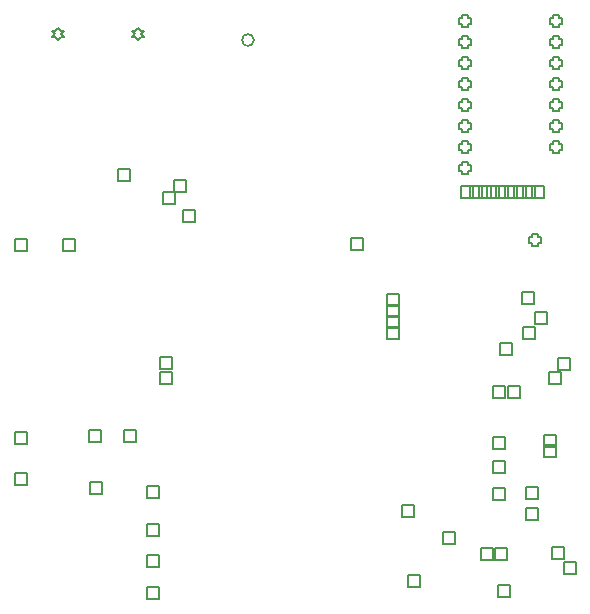
<source format=gbr>
G04*
G04 #@! TF.GenerationSoftware,Altium Limited,Altium Designer,25.5.2 (35)*
G04*
G04 Layer_Color=2752767*
%FSLAX25Y25*%
%MOIN*%
G70*
G04*
G04 #@! TF.SameCoordinates,0BB90384-501E-406B-A6C2-AE9EDDEAC3CB*
G04*
G04*
G04 #@! TF.FilePolarity,Positive*
G04*
G01*
G75*
%ADD82C,0.00500*%
%ADD83C,0.00667*%
D82*
X14228Y186600D02*
X15228Y187600D01*
X16228D01*
X15228Y188600D01*
X16228Y189600D01*
X15228D01*
X14228Y190600D01*
X13228Y189600D01*
X12228D01*
X13228Y188600D01*
X12228Y187600D01*
X13228D01*
X14228Y186600D01*
X41000D02*
X42000Y187600D01*
X43000D01*
X42000Y188600D01*
X43000Y189600D01*
X42000D01*
X41000Y190600D01*
X40000Y189600D01*
X39000D01*
X40000Y188600D01*
X39000Y187600D01*
X40000D01*
X41000Y186600D01*
X176397Y50800D02*
Y54800D01*
X180397D01*
Y50800D01*
X176397D01*
Y47600D02*
Y51600D01*
X180397D01*
Y47600D01*
X176397D01*
X179400Y184800D02*
Y183800D01*
X181400D01*
Y184800D01*
X182400D01*
Y186800D01*
X181400D01*
Y187800D01*
X179400D01*
Y186800D01*
X178400D01*
Y184800D01*
X179400D01*
X148813Y142800D02*
Y141800D01*
X150813D01*
Y142800D01*
X151813D01*
Y144800D01*
X150813D01*
Y145800D01*
X148813D01*
Y144800D01*
X147813D01*
Y142800D01*
X148813D01*
X179400Y149800D02*
Y148800D01*
X181400D01*
Y149800D01*
X182400D01*
Y151800D01*
X181400D01*
Y152800D01*
X179400D01*
Y151800D01*
X178400D01*
Y149800D01*
X179400D01*
X148813D02*
Y148800D01*
X150813D01*
Y149800D01*
X151813D01*
Y151800D01*
X150813D01*
Y152800D01*
X148813D01*
Y151800D01*
X147813D01*
Y149800D01*
X148813D01*
X179400Y156800D02*
Y155800D01*
X181400D01*
Y156800D01*
X182400D01*
Y158800D01*
X181400D01*
Y159800D01*
X179400D01*
Y158800D01*
X178400D01*
Y156800D01*
X179400D01*
X148813D02*
Y155800D01*
X150813D01*
Y156800D01*
X151813D01*
Y158800D01*
X150813D01*
Y159800D01*
X148813D01*
Y158800D01*
X147813D01*
Y156800D01*
X148813D01*
X179400Y163800D02*
Y162800D01*
X181400D01*
Y163800D01*
X182400D01*
Y165800D01*
X181400D01*
Y166800D01*
X179400D01*
Y165800D01*
X178400D01*
Y163800D01*
X179400D01*
X148813D02*
Y162800D01*
X150813D01*
Y163800D01*
X151813D01*
Y165800D01*
X150813D01*
Y166800D01*
X148813D01*
Y165800D01*
X147813D01*
Y163800D01*
X148813D01*
X179400Y170800D02*
Y169800D01*
X181400D01*
Y170800D01*
X182400D01*
Y172800D01*
X181400D01*
Y173800D01*
X179400D01*
Y172800D01*
X178400D01*
Y170800D01*
X179400D01*
X148813D02*
Y169800D01*
X150813D01*
Y170800D01*
X151813D01*
Y172800D01*
X150813D01*
Y173800D01*
X148813D01*
Y172800D01*
X147813D01*
Y170800D01*
X148813D01*
X179400Y177800D02*
Y176800D01*
X181400D01*
Y177800D01*
X182400D01*
Y179800D01*
X181400D01*
Y180800D01*
X179400D01*
Y179800D01*
X178400D01*
Y177800D01*
X179400D01*
X148813D02*
Y176800D01*
X150813D01*
Y177800D01*
X151813D01*
Y179800D01*
X150813D01*
Y180800D01*
X148813D01*
Y179800D01*
X147813D01*
Y177800D01*
X148813D01*
X179400Y191800D02*
Y190800D01*
X181400D01*
Y191800D01*
X182400D01*
Y193800D01*
X181400D01*
Y194800D01*
X179400D01*
Y193800D01*
X178400D01*
Y191800D01*
X179400D01*
X148813D02*
Y190800D01*
X150813D01*
Y191800D01*
X151813D01*
Y193800D01*
X150813D01*
Y194800D01*
X148813D01*
Y193800D01*
X147813D01*
Y191800D01*
X148813D01*
X148900Y184800D02*
Y183800D01*
X150900D01*
Y184800D01*
X151900D01*
Y186800D01*
X150900D01*
Y187800D01*
X148900D01*
Y186800D01*
X147900D01*
Y184800D01*
X148900D01*
X128905Y27528D02*
Y31528D01*
X132905D01*
Y27528D01*
X128905D01*
X34417Y139732D02*
Y143732D01*
X38417D01*
Y139732D01*
X34417D01*
X56071Y125953D02*
Y129953D01*
X60071D01*
Y125953D01*
X56071D01*
X53118Y135795D02*
Y139795D01*
X57118D01*
Y135795D01*
X53118D01*
X49181Y131858D02*
Y135858D01*
X53181D01*
Y131858D01*
X49181D01*
X170300Y33500D02*
Y37500D01*
X174300D01*
Y33500D01*
X170300D01*
X161000Y900D02*
Y4900D01*
X165000D01*
Y900D01*
X161000D01*
X179000Y13500D02*
Y17500D01*
X183000D01*
Y13500D01*
X179000D01*
X112000Y116600D02*
Y120600D01*
X116000D01*
Y116600D01*
X112000D01*
X15900Y116400D02*
Y120400D01*
X19900D01*
Y116400D01*
X15900D01*
X131000Y4400D02*
Y8400D01*
X135000D01*
Y4400D01*
X131000D01*
X155400Y13300D02*
Y17300D01*
X159400D01*
Y13300D01*
X155400D01*
X182900Y8700D02*
Y12700D01*
X186900D01*
Y8700D01*
X182900D01*
X43800Y400D02*
Y4400D01*
X47800D01*
Y400D01*
X43800D01*
Y10800D02*
Y14800D01*
X47800D01*
Y10800D01*
X43800D01*
Y21200D02*
Y25200D01*
X47800D01*
Y21200D01*
X43800D01*
Y34100D02*
Y38100D01*
X47800D01*
Y34100D01*
X43800D01*
X36300Y52600D02*
Y56600D01*
X40300D01*
Y52600D01*
X36300D01*
X24800Y35400D02*
Y39400D01*
X28800D01*
Y35400D01*
X24800D01*
X24500Y52600D02*
Y56600D01*
X28500D01*
Y52600D01*
X24500D01*
X-100Y52100D02*
Y56100D01*
X3900D01*
Y52100D01*
X-100D01*
Y38300D02*
Y42300D01*
X3900D01*
Y38300D01*
X-100D01*
X142685Y18669D02*
Y22669D01*
X146685D01*
Y18669D01*
X142685D01*
X172228Y119079D02*
Y118079D01*
X174228D01*
Y119079D01*
X175228D01*
Y121079D01*
X174228D01*
Y122079D01*
X172228D01*
Y121079D01*
X171228D01*
Y119079D01*
X172228D01*
X148591Y133827D02*
Y137827D01*
X152591D01*
Y133827D01*
X148591D01*
X151543D02*
Y137827D01*
X155543D01*
Y133827D01*
X151543D01*
X154496D02*
Y137827D01*
X158496D01*
Y133827D01*
X154496D01*
X157449D02*
Y137827D01*
X161449D01*
Y133827D01*
X157449D01*
X160402D02*
Y137827D01*
X164402D01*
Y133827D01*
X160402D01*
X163354D02*
Y137827D01*
X167354D01*
Y133827D01*
X163354D01*
X166307D02*
Y137827D01*
X170307D01*
Y133827D01*
X166307D01*
X169260D02*
Y137827D01*
X173260D01*
Y133827D01*
X169260D01*
X172213D02*
Y137827D01*
X176213D01*
Y133827D01*
X172213D01*
X178118Y71819D02*
Y75819D01*
X182118D01*
Y71819D01*
X178118D01*
X181071Y76740D02*
Y80740D01*
X185071D01*
Y76740D01*
X181071D01*
X161700Y81700D02*
Y85700D01*
X165700D01*
Y81700D01*
X161700D01*
X-100Y116300D02*
Y120300D01*
X3900D01*
Y116300D01*
X-100D01*
X170244Y26543D02*
Y30543D01*
X174244D01*
Y26543D01*
X170244D01*
X159417Y50165D02*
Y54165D01*
X163417D01*
Y50165D01*
X159417D01*
Y42291D02*
Y46291D01*
X163417D01*
Y42291D01*
X159417D01*
Y33433D02*
Y37433D01*
X163417D01*
Y33433D01*
X159417D01*
X160000Y13200D02*
Y17200D01*
X164000D01*
Y13200D01*
X160000D01*
X124100Y94400D02*
Y98400D01*
X128100D01*
Y94400D01*
X124100D01*
X159400Y67200D02*
Y71200D01*
X163400D01*
Y67200D01*
X159400D01*
X173197Y92094D02*
Y96095D01*
X177197D01*
Y92094D01*
X173197D01*
X48300Y72000D02*
Y76000D01*
X52300D01*
Y72000D01*
X48300D01*
X169100Y98500D02*
Y102500D01*
X173100D01*
Y98500D01*
X169100D01*
X169260Y86976D02*
Y90976D01*
X173260D01*
Y86976D01*
X169260D01*
X48300Y76900D02*
Y80900D01*
X52300D01*
Y76900D01*
X48300D01*
X124100Y87000D02*
Y91000D01*
X128100D01*
Y87000D01*
X124100D01*
Y90700D02*
Y94700D01*
X128100D01*
Y90700D01*
X124100D01*
X164200Y67300D02*
Y71300D01*
X168200D01*
Y67300D01*
X164200D01*
X124100Y98100D02*
Y102100D01*
X128100D01*
Y98100D01*
X124100D01*
D83*
X79600Y186600D02*
G03*
X79600Y186600I-2000J0D01*
G01*
M02*

</source>
